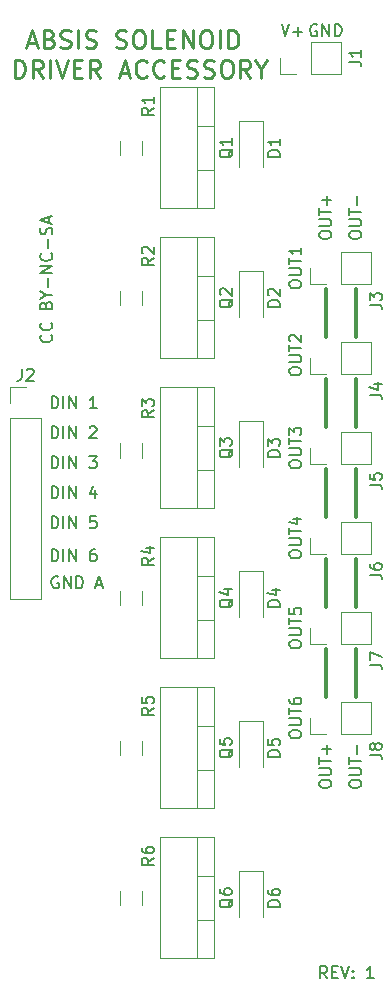
<source format=gbr>
G04 #@! TF.GenerationSoftware,KiCad,Pcbnew,(5.1.4)-1*
G04 #@! TF.CreationDate,2020-11-11T12:39:36-07:00*
G04 #@! TF.ProjectId,ABSIS_Solenoid_Driver_Accessory,41425349-535f-4536-9f6c-656e6f69645f,1*
G04 #@! TF.SameCoordinates,Original*
G04 #@! TF.FileFunction,Legend,Top*
G04 #@! TF.FilePolarity,Positive*
%FSLAX46Y46*%
G04 Gerber Fmt 4.6, Leading zero omitted, Abs format (unit mm)*
G04 Created by KiCad (PCBNEW (5.1.4)-1) date 2020-11-11 12:39:36*
%MOMM*%
%LPD*%
G04 APERTURE LIST*
%ADD10C,0.150000*%
%ADD11C,0.250000*%
%ADD12C,0.300000*%
%ADD13C,0.120000*%
G04 APERTURE END LIST*
D10*
X158861333Y-129992380D02*
X158528000Y-129516190D01*
X158289904Y-129992380D02*
X158289904Y-128992380D01*
X158670857Y-128992380D01*
X158766095Y-129040000D01*
X158813714Y-129087619D01*
X158861333Y-129182857D01*
X158861333Y-129325714D01*
X158813714Y-129420952D01*
X158766095Y-129468571D01*
X158670857Y-129516190D01*
X158289904Y-129516190D01*
X159289904Y-129468571D02*
X159623238Y-129468571D01*
X159766095Y-129992380D02*
X159289904Y-129992380D01*
X159289904Y-128992380D01*
X159766095Y-128992380D01*
X160051809Y-128992380D02*
X160385142Y-129992380D01*
X160718476Y-128992380D01*
X161051809Y-129897142D02*
X161099428Y-129944761D01*
X161051809Y-129992380D01*
X161004190Y-129944761D01*
X161051809Y-129897142D01*
X161051809Y-129992380D01*
X161051809Y-129373333D02*
X161099428Y-129420952D01*
X161051809Y-129468571D01*
X161004190Y-129420952D01*
X161051809Y-129373333D01*
X161051809Y-129468571D01*
X162813714Y-129992380D02*
X162242285Y-129992380D01*
X162528000Y-129992380D02*
X162528000Y-128992380D01*
X162432761Y-129135238D01*
X162337523Y-129230476D01*
X162242285Y-129278095D01*
X135485142Y-75532666D02*
X135532761Y-75580285D01*
X135580380Y-75723142D01*
X135580380Y-75818380D01*
X135532761Y-75961238D01*
X135437523Y-76056476D01*
X135342285Y-76104095D01*
X135151809Y-76151714D01*
X135008952Y-76151714D01*
X134818476Y-76104095D01*
X134723238Y-76056476D01*
X134628000Y-75961238D01*
X134580380Y-75818380D01*
X134580380Y-75723142D01*
X134628000Y-75580285D01*
X134675619Y-75532666D01*
X135485142Y-74532666D02*
X135532761Y-74580285D01*
X135580380Y-74723142D01*
X135580380Y-74818380D01*
X135532761Y-74961238D01*
X135437523Y-75056476D01*
X135342285Y-75104095D01*
X135151809Y-75151714D01*
X135008952Y-75151714D01*
X134818476Y-75104095D01*
X134723238Y-75056476D01*
X134628000Y-74961238D01*
X134580380Y-74818380D01*
X134580380Y-74723142D01*
X134628000Y-74580285D01*
X134675619Y-74532666D01*
X135056571Y-73008857D02*
X135104190Y-72866000D01*
X135151809Y-72818380D01*
X135247047Y-72770761D01*
X135389904Y-72770761D01*
X135485142Y-72818380D01*
X135532761Y-72866000D01*
X135580380Y-72961238D01*
X135580380Y-73342190D01*
X134580380Y-73342190D01*
X134580380Y-73008857D01*
X134628000Y-72913619D01*
X134675619Y-72866000D01*
X134770857Y-72818380D01*
X134866095Y-72818380D01*
X134961333Y-72866000D01*
X135008952Y-72913619D01*
X135056571Y-73008857D01*
X135056571Y-73342190D01*
X135104190Y-72151714D02*
X135580380Y-72151714D01*
X134580380Y-72485047D02*
X135104190Y-72151714D01*
X134580380Y-71818380D01*
X135199428Y-71485047D02*
X135199428Y-70723142D01*
X135580380Y-70246952D02*
X134580380Y-70246952D01*
X135580380Y-69675523D01*
X134580380Y-69675523D01*
X135485142Y-68627904D02*
X135532761Y-68675523D01*
X135580380Y-68818380D01*
X135580380Y-68913619D01*
X135532761Y-69056476D01*
X135437523Y-69151714D01*
X135342285Y-69199333D01*
X135151809Y-69246952D01*
X135008952Y-69246952D01*
X134818476Y-69199333D01*
X134723238Y-69151714D01*
X134628000Y-69056476D01*
X134580380Y-68913619D01*
X134580380Y-68818380D01*
X134628000Y-68675523D01*
X134675619Y-68627904D01*
X135199428Y-68199333D02*
X135199428Y-67437428D01*
X135532761Y-67008857D02*
X135580380Y-66866000D01*
X135580380Y-66627904D01*
X135532761Y-66532666D01*
X135485142Y-66485047D01*
X135389904Y-66437428D01*
X135294666Y-66437428D01*
X135199428Y-66485047D01*
X135151809Y-66532666D01*
X135104190Y-66627904D01*
X135056571Y-66818380D01*
X135008952Y-66913619D01*
X134961333Y-66961238D01*
X134866095Y-67008857D01*
X134770857Y-67008857D01*
X134675619Y-66961238D01*
X134628000Y-66913619D01*
X134580380Y-66818380D01*
X134580380Y-66580285D01*
X134628000Y-66437428D01*
X135294666Y-66056476D02*
X135294666Y-65580285D01*
X135580380Y-66151714D02*
X134580380Y-65818380D01*
X135580380Y-65485047D01*
D11*
X133502000Y-50816000D02*
X134216285Y-50816000D01*
X133359142Y-51244571D02*
X133859142Y-49744571D01*
X134359142Y-51244571D01*
X135359142Y-50458857D02*
X135573428Y-50530285D01*
X135644857Y-50601714D01*
X135716285Y-50744571D01*
X135716285Y-50958857D01*
X135644857Y-51101714D01*
X135573428Y-51173142D01*
X135430571Y-51244571D01*
X134859142Y-51244571D01*
X134859142Y-49744571D01*
X135359142Y-49744571D01*
X135502000Y-49816000D01*
X135573428Y-49887428D01*
X135644857Y-50030285D01*
X135644857Y-50173142D01*
X135573428Y-50316000D01*
X135502000Y-50387428D01*
X135359142Y-50458857D01*
X134859142Y-50458857D01*
X136287714Y-51173142D02*
X136502000Y-51244571D01*
X136859142Y-51244571D01*
X137002000Y-51173142D01*
X137073428Y-51101714D01*
X137144857Y-50958857D01*
X137144857Y-50816000D01*
X137073428Y-50673142D01*
X137002000Y-50601714D01*
X136859142Y-50530285D01*
X136573428Y-50458857D01*
X136430571Y-50387428D01*
X136359142Y-50316000D01*
X136287714Y-50173142D01*
X136287714Y-50030285D01*
X136359142Y-49887428D01*
X136430571Y-49816000D01*
X136573428Y-49744571D01*
X136930571Y-49744571D01*
X137144857Y-49816000D01*
X137787714Y-51244571D02*
X137787714Y-49744571D01*
X138430571Y-51173142D02*
X138644857Y-51244571D01*
X139002000Y-51244571D01*
X139144857Y-51173142D01*
X139216285Y-51101714D01*
X139287714Y-50958857D01*
X139287714Y-50816000D01*
X139216285Y-50673142D01*
X139144857Y-50601714D01*
X139002000Y-50530285D01*
X138716285Y-50458857D01*
X138573428Y-50387428D01*
X138502000Y-50316000D01*
X138430571Y-50173142D01*
X138430571Y-50030285D01*
X138502000Y-49887428D01*
X138573428Y-49816000D01*
X138716285Y-49744571D01*
X139073428Y-49744571D01*
X139287714Y-49816000D01*
X141002000Y-51173142D02*
X141216285Y-51244571D01*
X141573428Y-51244571D01*
X141716285Y-51173142D01*
X141787714Y-51101714D01*
X141859142Y-50958857D01*
X141859142Y-50816000D01*
X141787714Y-50673142D01*
X141716285Y-50601714D01*
X141573428Y-50530285D01*
X141287714Y-50458857D01*
X141144857Y-50387428D01*
X141073428Y-50316000D01*
X141002000Y-50173142D01*
X141002000Y-50030285D01*
X141073428Y-49887428D01*
X141144857Y-49816000D01*
X141287714Y-49744571D01*
X141644857Y-49744571D01*
X141859142Y-49816000D01*
X142787714Y-49744571D02*
X143073428Y-49744571D01*
X143216285Y-49816000D01*
X143359142Y-49958857D01*
X143430571Y-50244571D01*
X143430571Y-50744571D01*
X143359142Y-51030285D01*
X143216285Y-51173142D01*
X143073428Y-51244571D01*
X142787714Y-51244571D01*
X142644857Y-51173142D01*
X142502000Y-51030285D01*
X142430571Y-50744571D01*
X142430571Y-50244571D01*
X142502000Y-49958857D01*
X142644857Y-49816000D01*
X142787714Y-49744571D01*
X144787714Y-51244571D02*
X144073428Y-51244571D01*
X144073428Y-49744571D01*
X145287714Y-50458857D02*
X145787714Y-50458857D01*
X146002000Y-51244571D02*
X145287714Y-51244571D01*
X145287714Y-49744571D01*
X146002000Y-49744571D01*
X146644857Y-51244571D02*
X146644857Y-49744571D01*
X147502000Y-51244571D01*
X147502000Y-49744571D01*
X148502000Y-49744571D02*
X148787714Y-49744571D01*
X148930571Y-49816000D01*
X149073428Y-49958857D01*
X149144857Y-50244571D01*
X149144857Y-50744571D01*
X149073428Y-51030285D01*
X148930571Y-51173142D01*
X148787714Y-51244571D01*
X148502000Y-51244571D01*
X148359142Y-51173142D01*
X148216285Y-51030285D01*
X148144857Y-50744571D01*
X148144857Y-50244571D01*
X148216285Y-49958857D01*
X148359142Y-49816000D01*
X148502000Y-49744571D01*
X149787714Y-51244571D02*
X149787714Y-49744571D01*
X150502000Y-51244571D02*
X150502000Y-49744571D01*
X150859142Y-49744571D01*
X151073428Y-49816000D01*
X151216285Y-49958857D01*
X151287714Y-50101714D01*
X151359142Y-50387428D01*
X151359142Y-50601714D01*
X151287714Y-50887428D01*
X151216285Y-51030285D01*
X151073428Y-51173142D01*
X150859142Y-51244571D01*
X150502000Y-51244571D01*
X132430571Y-53744571D02*
X132430571Y-52244571D01*
X132787714Y-52244571D01*
X133002000Y-52316000D01*
X133144857Y-52458857D01*
X133216285Y-52601714D01*
X133287714Y-52887428D01*
X133287714Y-53101714D01*
X133216285Y-53387428D01*
X133144857Y-53530285D01*
X133002000Y-53673142D01*
X132787714Y-53744571D01*
X132430571Y-53744571D01*
X134787714Y-53744571D02*
X134287714Y-53030285D01*
X133930571Y-53744571D02*
X133930571Y-52244571D01*
X134502000Y-52244571D01*
X134644857Y-52316000D01*
X134716285Y-52387428D01*
X134787714Y-52530285D01*
X134787714Y-52744571D01*
X134716285Y-52887428D01*
X134644857Y-52958857D01*
X134502000Y-53030285D01*
X133930571Y-53030285D01*
X135430571Y-53744571D02*
X135430571Y-52244571D01*
X135930571Y-52244571D02*
X136430571Y-53744571D01*
X136930571Y-52244571D01*
X137430571Y-52958857D02*
X137930571Y-52958857D01*
X138144857Y-53744571D02*
X137430571Y-53744571D01*
X137430571Y-52244571D01*
X138144857Y-52244571D01*
X139644857Y-53744571D02*
X139144857Y-53030285D01*
X138787714Y-53744571D02*
X138787714Y-52244571D01*
X139359142Y-52244571D01*
X139502000Y-52316000D01*
X139573428Y-52387428D01*
X139644857Y-52530285D01*
X139644857Y-52744571D01*
X139573428Y-52887428D01*
X139502000Y-52958857D01*
X139359142Y-53030285D01*
X138787714Y-53030285D01*
X141359142Y-53316000D02*
X142073428Y-53316000D01*
X141216285Y-53744571D02*
X141716285Y-52244571D01*
X142216285Y-53744571D01*
X143573428Y-53601714D02*
X143502000Y-53673142D01*
X143287714Y-53744571D01*
X143144857Y-53744571D01*
X142930571Y-53673142D01*
X142787714Y-53530285D01*
X142716285Y-53387428D01*
X142644857Y-53101714D01*
X142644857Y-52887428D01*
X142716285Y-52601714D01*
X142787714Y-52458857D01*
X142930571Y-52316000D01*
X143144857Y-52244571D01*
X143287714Y-52244571D01*
X143502000Y-52316000D01*
X143573428Y-52387428D01*
X145073428Y-53601714D02*
X145002000Y-53673142D01*
X144787714Y-53744571D01*
X144644857Y-53744571D01*
X144430571Y-53673142D01*
X144287714Y-53530285D01*
X144216285Y-53387428D01*
X144144857Y-53101714D01*
X144144857Y-52887428D01*
X144216285Y-52601714D01*
X144287714Y-52458857D01*
X144430571Y-52316000D01*
X144644857Y-52244571D01*
X144787714Y-52244571D01*
X145002000Y-52316000D01*
X145073428Y-52387428D01*
X145716285Y-52958857D02*
X146216285Y-52958857D01*
X146430571Y-53744571D02*
X145716285Y-53744571D01*
X145716285Y-52244571D01*
X146430571Y-52244571D01*
X147002000Y-53673142D02*
X147216285Y-53744571D01*
X147573428Y-53744571D01*
X147716285Y-53673142D01*
X147787714Y-53601714D01*
X147859142Y-53458857D01*
X147859142Y-53316000D01*
X147787714Y-53173142D01*
X147716285Y-53101714D01*
X147573428Y-53030285D01*
X147287714Y-52958857D01*
X147144857Y-52887428D01*
X147073428Y-52816000D01*
X147002000Y-52673142D01*
X147002000Y-52530285D01*
X147073428Y-52387428D01*
X147144857Y-52316000D01*
X147287714Y-52244571D01*
X147644857Y-52244571D01*
X147859142Y-52316000D01*
X148430571Y-53673142D02*
X148644857Y-53744571D01*
X149002000Y-53744571D01*
X149144857Y-53673142D01*
X149216285Y-53601714D01*
X149287714Y-53458857D01*
X149287714Y-53316000D01*
X149216285Y-53173142D01*
X149144857Y-53101714D01*
X149002000Y-53030285D01*
X148716285Y-52958857D01*
X148573428Y-52887428D01*
X148502000Y-52816000D01*
X148430571Y-52673142D01*
X148430571Y-52530285D01*
X148502000Y-52387428D01*
X148573428Y-52316000D01*
X148716285Y-52244571D01*
X149073428Y-52244571D01*
X149287714Y-52316000D01*
X150216285Y-52244571D02*
X150502000Y-52244571D01*
X150644857Y-52316000D01*
X150787714Y-52458857D01*
X150859142Y-52744571D01*
X150859142Y-53244571D01*
X150787714Y-53530285D01*
X150644857Y-53673142D01*
X150502000Y-53744571D01*
X150216285Y-53744571D01*
X150073428Y-53673142D01*
X149930571Y-53530285D01*
X149859142Y-53244571D01*
X149859142Y-52744571D01*
X149930571Y-52458857D01*
X150073428Y-52316000D01*
X150216285Y-52244571D01*
X152359142Y-53744571D02*
X151859142Y-53030285D01*
X151502000Y-53744571D02*
X151502000Y-52244571D01*
X152073428Y-52244571D01*
X152216285Y-52316000D01*
X152287714Y-52387428D01*
X152359142Y-52530285D01*
X152359142Y-52744571D01*
X152287714Y-52887428D01*
X152216285Y-52958857D01*
X152073428Y-53030285D01*
X151502000Y-53030285D01*
X153287714Y-53030285D02*
X153287714Y-53744571D01*
X152787714Y-52244571D02*
X153287714Y-53030285D01*
X153787714Y-52244571D01*
D10*
X155662380Y-109426190D02*
X155662380Y-109235714D01*
X155710000Y-109140476D01*
X155805238Y-109045238D01*
X155995714Y-108997619D01*
X156329047Y-108997619D01*
X156519523Y-109045238D01*
X156614761Y-109140476D01*
X156662380Y-109235714D01*
X156662380Y-109426190D01*
X156614761Y-109521428D01*
X156519523Y-109616666D01*
X156329047Y-109664285D01*
X155995714Y-109664285D01*
X155805238Y-109616666D01*
X155710000Y-109521428D01*
X155662380Y-109426190D01*
X155662380Y-108569047D02*
X156471904Y-108569047D01*
X156567142Y-108521428D01*
X156614761Y-108473809D01*
X156662380Y-108378571D01*
X156662380Y-108188095D01*
X156614761Y-108092857D01*
X156567142Y-108045238D01*
X156471904Y-107997619D01*
X155662380Y-107997619D01*
X155662380Y-107664285D02*
X155662380Y-107092857D01*
X156662380Y-107378571D02*
X155662380Y-107378571D01*
X155662380Y-106330952D02*
X155662380Y-106521428D01*
X155710000Y-106616666D01*
X155757619Y-106664285D01*
X155900476Y-106759523D01*
X156090952Y-106807142D01*
X156471904Y-106807142D01*
X156567142Y-106759523D01*
X156614761Y-106711904D01*
X156662380Y-106616666D01*
X156662380Y-106426190D01*
X156614761Y-106330952D01*
X156567142Y-106283333D01*
X156471904Y-106235714D01*
X156233809Y-106235714D01*
X156138571Y-106283333D01*
X156090952Y-106330952D01*
X156043333Y-106426190D01*
X156043333Y-106616666D01*
X156090952Y-106711904D01*
X156138571Y-106759523D01*
X156233809Y-106807142D01*
X155662380Y-101806190D02*
X155662380Y-101615714D01*
X155710000Y-101520476D01*
X155805238Y-101425238D01*
X155995714Y-101377619D01*
X156329047Y-101377619D01*
X156519523Y-101425238D01*
X156614761Y-101520476D01*
X156662380Y-101615714D01*
X156662380Y-101806190D01*
X156614761Y-101901428D01*
X156519523Y-101996666D01*
X156329047Y-102044285D01*
X155995714Y-102044285D01*
X155805238Y-101996666D01*
X155710000Y-101901428D01*
X155662380Y-101806190D01*
X155662380Y-100949047D02*
X156471904Y-100949047D01*
X156567142Y-100901428D01*
X156614761Y-100853809D01*
X156662380Y-100758571D01*
X156662380Y-100568095D01*
X156614761Y-100472857D01*
X156567142Y-100425238D01*
X156471904Y-100377619D01*
X155662380Y-100377619D01*
X155662380Y-100044285D02*
X155662380Y-99472857D01*
X156662380Y-99758571D02*
X155662380Y-99758571D01*
X155662380Y-98663333D02*
X155662380Y-99139523D01*
X156138571Y-99187142D01*
X156090952Y-99139523D01*
X156043333Y-99044285D01*
X156043333Y-98806190D01*
X156090952Y-98710952D01*
X156138571Y-98663333D01*
X156233809Y-98615714D01*
X156471904Y-98615714D01*
X156567142Y-98663333D01*
X156614761Y-98710952D01*
X156662380Y-98806190D01*
X156662380Y-99044285D01*
X156614761Y-99139523D01*
X156567142Y-99187142D01*
X155662380Y-94186190D02*
X155662380Y-93995714D01*
X155710000Y-93900476D01*
X155805238Y-93805238D01*
X155995714Y-93757619D01*
X156329047Y-93757619D01*
X156519523Y-93805238D01*
X156614761Y-93900476D01*
X156662380Y-93995714D01*
X156662380Y-94186190D01*
X156614761Y-94281428D01*
X156519523Y-94376666D01*
X156329047Y-94424285D01*
X155995714Y-94424285D01*
X155805238Y-94376666D01*
X155710000Y-94281428D01*
X155662380Y-94186190D01*
X155662380Y-93329047D02*
X156471904Y-93329047D01*
X156567142Y-93281428D01*
X156614761Y-93233809D01*
X156662380Y-93138571D01*
X156662380Y-92948095D01*
X156614761Y-92852857D01*
X156567142Y-92805238D01*
X156471904Y-92757619D01*
X155662380Y-92757619D01*
X155662380Y-92424285D02*
X155662380Y-91852857D01*
X156662380Y-92138571D02*
X155662380Y-92138571D01*
X155995714Y-91090952D02*
X156662380Y-91090952D01*
X155614761Y-91329047D02*
X156329047Y-91567142D01*
X156329047Y-90948095D01*
X155662380Y-86566190D02*
X155662380Y-86375714D01*
X155710000Y-86280476D01*
X155805238Y-86185238D01*
X155995714Y-86137619D01*
X156329047Y-86137619D01*
X156519523Y-86185238D01*
X156614761Y-86280476D01*
X156662380Y-86375714D01*
X156662380Y-86566190D01*
X156614761Y-86661428D01*
X156519523Y-86756666D01*
X156329047Y-86804285D01*
X155995714Y-86804285D01*
X155805238Y-86756666D01*
X155710000Y-86661428D01*
X155662380Y-86566190D01*
X155662380Y-85709047D02*
X156471904Y-85709047D01*
X156567142Y-85661428D01*
X156614761Y-85613809D01*
X156662380Y-85518571D01*
X156662380Y-85328095D01*
X156614761Y-85232857D01*
X156567142Y-85185238D01*
X156471904Y-85137619D01*
X155662380Y-85137619D01*
X155662380Y-84804285D02*
X155662380Y-84232857D01*
X156662380Y-84518571D02*
X155662380Y-84518571D01*
X155662380Y-83994761D02*
X155662380Y-83375714D01*
X156043333Y-83709047D01*
X156043333Y-83566190D01*
X156090952Y-83470952D01*
X156138571Y-83423333D01*
X156233809Y-83375714D01*
X156471904Y-83375714D01*
X156567142Y-83423333D01*
X156614761Y-83470952D01*
X156662380Y-83566190D01*
X156662380Y-83851904D01*
X156614761Y-83947142D01*
X156567142Y-83994761D01*
X155662380Y-78692190D02*
X155662380Y-78501714D01*
X155710000Y-78406476D01*
X155805238Y-78311238D01*
X155995714Y-78263619D01*
X156329047Y-78263619D01*
X156519523Y-78311238D01*
X156614761Y-78406476D01*
X156662380Y-78501714D01*
X156662380Y-78692190D01*
X156614761Y-78787428D01*
X156519523Y-78882666D01*
X156329047Y-78930285D01*
X155995714Y-78930285D01*
X155805238Y-78882666D01*
X155710000Y-78787428D01*
X155662380Y-78692190D01*
X155662380Y-77835047D02*
X156471904Y-77835047D01*
X156567142Y-77787428D01*
X156614761Y-77739809D01*
X156662380Y-77644571D01*
X156662380Y-77454095D01*
X156614761Y-77358857D01*
X156567142Y-77311238D01*
X156471904Y-77263619D01*
X155662380Y-77263619D01*
X155662380Y-76930285D02*
X155662380Y-76358857D01*
X156662380Y-76644571D02*
X155662380Y-76644571D01*
X155757619Y-76073142D02*
X155710000Y-76025523D01*
X155662380Y-75930285D01*
X155662380Y-75692190D01*
X155710000Y-75596952D01*
X155757619Y-75549333D01*
X155852857Y-75501714D01*
X155948095Y-75501714D01*
X156090952Y-75549333D01*
X156662380Y-76120761D01*
X156662380Y-75501714D01*
X155662380Y-71326190D02*
X155662380Y-71135714D01*
X155710000Y-71040476D01*
X155805238Y-70945238D01*
X155995714Y-70897619D01*
X156329047Y-70897619D01*
X156519523Y-70945238D01*
X156614761Y-71040476D01*
X156662380Y-71135714D01*
X156662380Y-71326190D01*
X156614761Y-71421428D01*
X156519523Y-71516666D01*
X156329047Y-71564285D01*
X155995714Y-71564285D01*
X155805238Y-71516666D01*
X155710000Y-71421428D01*
X155662380Y-71326190D01*
X155662380Y-70469047D02*
X156471904Y-70469047D01*
X156567142Y-70421428D01*
X156614761Y-70373809D01*
X156662380Y-70278571D01*
X156662380Y-70088095D01*
X156614761Y-69992857D01*
X156567142Y-69945238D01*
X156471904Y-69897619D01*
X155662380Y-69897619D01*
X155662380Y-69564285D02*
X155662380Y-68992857D01*
X156662380Y-69278571D02*
X155662380Y-69278571D01*
X156662380Y-68135714D02*
X156662380Y-68707142D01*
X156662380Y-68421428D02*
X155662380Y-68421428D01*
X155805238Y-68516666D01*
X155900476Y-68611904D01*
X155948095Y-68707142D01*
D12*
X158750000Y-102108000D02*
X158750000Y-106172000D01*
X161290000Y-102108000D02*
X161290000Y-106172000D01*
X158750000Y-94488000D02*
X158750000Y-98552000D01*
X161290000Y-94488000D02*
X161290000Y-98552000D01*
X161290000Y-86868000D02*
X161290000Y-90932000D01*
X158750000Y-86868000D02*
X158750000Y-90932000D01*
X161290000Y-79248000D02*
X161290000Y-83312000D01*
X158750000Y-79248000D02*
X158750000Y-83312000D01*
X161290000Y-71628000D02*
X161290000Y-75692000D01*
X158750000Y-71628000D02*
X158750000Y-75692000D01*
D10*
X158202380Y-67151047D02*
X158202380Y-66960571D01*
X158250000Y-66865333D01*
X158345238Y-66770095D01*
X158535714Y-66722476D01*
X158869047Y-66722476D01*
X159059523Y-66770095D01*
X159154761Y-66865333D01*
X159202380Y-66960571D01*
X159202380Y-67151047D01*
X159154761Y-67246285D01*
X159059523Y-67341523D01*
X158869047Y-67389142D01*
X158535714Y-67389142D01*
X158345238Y-67341523D01*
X158250000Y-67246285D01*
X158202380Y-67151047D01*
X158202380Y-66293904D02*
X159011904Y-66293904D01*
X159107142Y-66246285D01*
X159154761Y-66198666D01*
X159202380Y-66103428D01*
X159202380Y-65912952D01*
X159154761Y-65817714D01*
X159107142Y-65770095D01*
X159011904Y-65722476D01*
X158202380Y-65722476D01*
X158202380Y-65389142D02*
X158202380Y-64817714D01*
X159202380Y-65103428D02*
X158202380Y-65103428D01*
X158821428Y-64484380D02*
X158821428Y-63722476D01*
X159202380Y-64103428D02*
X158440476Y-64103428D01*
X160742380Y-67151047D02*
X160742380Y-66960571D01*
X160790000Y-66865333D01*
X160885238Y-66770095D01*
X161075714Y-66722476D01*
X161409047Y-66722476D01*
X161599523Y-66770095D01*
X161694761Y-66865333D01*
X161742380Y-66960571D01*
X161742380Y-67151047D01*
X161694761Y-67246285D01*
X161599523Y-67341523D01*
X161409047Y-67389142D01*
X161075714Y-67389142D01*
X160885238Y-67341523D01*
X160790000Y-67246285D01*
X160742380Y-67151047D01*
X160742380Y-66293904D02*
X161551904Y-66293904D01*
X161647142Y-66246285D01*
X161694761Y-66198666D01*
X161742380Y-66103428D01*
X161742380Y-65912952D01*
X161694761Y-65817714D01*
X161647142Y-65770095D01*
X161551904Y-65722476D01*
X160742380Y-65722476D01*
X160742380Y-65389142D02*
X160742380Y-64817714D01*
X161742380Y-65103428D02*
X160742380Y-65103428D01*
X161361428Y-64484380D02*
X161361428Y-63722476D01*
X160742380Y-113633047D02*
X160742380Y-113442571D01*
X160790000Y-113347333D01*
X160885238Y-113252095D01*
X161075714Y-113204476D01*
X161409047Y-113204476D01*
X161599523Y-113252095D01*
X161694761Y-113347333D01*
X161742380Y-113442571D01*
X161742380Y-113633047D01*
X161694761Y-113728285D01*
X161599523Y-113823523D01*
X161409047Y-113871142D01*
X161075714Y-113871142D01*
X160885238Y-113823523D01*
X160790000Y-113728285D01*
X160742380Y-113633047D01*
X160742380Y-112775904D02*
X161551904Y-112775904D01*
X161647142Y-112728285D01*
X161694761Y-112680666D01*
X161742380Y-112585428D01*
X161742380Y-112394952D01*
X161694761Y-112299714D01*
X161647142Y-112252095D01*
X161551904Y-112204476D01*
X160742380Y-112204476D01*
X160742380Y-111871142D02*
X160742380Y-111299714D01*
X161742380Y-111585428D02*
X160742380Y-111585428D01*
X161361428Y-110966380D02*
X161361428Y-110204476D01*
X158202380Y-113633047D02*
X158202380Y-113442571D01*
X158250000Y-113347333D01*
X158345238Y-113252095D01*
X158535714Y-113204476D01*
X158869047Y-113204476D01*
X159059523Y-113252095D01*
X159154761Y-113347333D01*
X159202380Y-113442571D01*
X159202380Y-113633047D01*
X159154761Y-113728285D01*
X159059523Y-113823523D01*
X158869047Y-113871142D01*
X158535714Y-113871142D01*
X158345238Y-113823523D01*
X158250000Y-113728285D01*
X158202380Y-113633047D01*
X158202380Y-112775904D02*
X159011904Y-112775904D01*
X159107142Y-112728285D01*
X159154761Y-112680666D01*
X159202380Y-112585428D01*
X159202380Y-112394952D01*
X159154761Y-112299714D01*
X159107142Y-112252095D01*
X159011904Y-112204476D01*
X158202380Y-112204476D01*
X158202380Y-111871142D02*
X158202380Y-111299714D01*
X159202380Y-111585428D02*
X158202380Y-111585428D01*
X158821428Y-110966380D02*
X158821428Y-110204476D01*
X159202380Y-110585428D02*
X158440476Y-110585428D01*
X157988095Y-49284000D02*
X157892857Y-49236380D01*
X157750000Y-49236380D01*
X157607142Y-49284000D01*
X157511904Y-49379238D01*
X157464285Y-49474476D01*
X157416666Y-49664952D01*
X157416666Y-49807809D01*
X157464285Y-49998285D01*
X157511904Y-50093523D01*
X157607142Y-50188761D01*
X157750000Y-50236380D01*
X157845238Y-50236380D01*
X157988095Y-50188761D01*
X158035714Y-50141142D01*
X158035714Y-49807809D01*
X157845238Y-49807809D01*
X158464285Y-50236380D02*
X158464285Y-49236380D01*
X159035714Y-50236380D01*
X159035714Y-49236380D01*
X159511904Y-50236380D02*
X159511904Y-49236380D01*
X159750000Y-49236380D01*
X159892857Y-49284000D01*
X159988095Y-49379238D01*
X160035714Y-49474476D01*
X160083333Y-49664952D01*
X160083333Y-49807809D01*
X160035714Y-49998285D01*
X159988095Y-50093523D01*
X159892857Y-50188761D01*
X159750000Y-50236380D01*
X159511904Y-50236380D01*
X155003619Y-49236380D02*
X155336952Y-50236380D01*
X155670285Y-49236380D01*
X156003619Y-49855428D02*
X156765523Y-49855428D01*
X156384571Y-50236380D02*
X156384571Y-49474476D01*
X136096571Y-96020000D02*
X136001333Y-95972380D01*
X135858476Y-95972380D01*
X135715619Y-96020000D01*
X135620380Y-96115238D01*
X135572761Y-96210476D01*
X135525142Y-96400952D01*
X135525142Y-96543809D01*
X135572761Y-96734285D01*
X135620380Y-96829523D01*
X135715619Y-96924761D01*
X135858476Y-96972380D01*
X135953714Y-96972380D01*
X136096571Y-96924761D01*
X136144190Y-96877142D01*
X136144190Y-96543809D01*
X135953714Y-96543809D01*
X136572761Y-96972380D02*
X136572761Y-95972380D01*
X137144190Y-96972380D01*
X137144190Y-95972380D01*
X137620380Y-96972380D02*
X137620380Y-95972380D01*
X137858476Y-95972380D01*
X138001333Y-96020000D01*
X138096571Y-96115238D01*
X138144190Y-96210476D01*
X138191809Y-96400952D01*
X138191809Y-96543809D01*
X138144190Y-96734285D01*
X138096571Y-96829523D01*
X138001333Y-96924761D01*
X137858476Y-96972380D01*
X137620380Y-96972380D01*
X139334666Y-96686666D02*
X139810857Y-96686666D01*
X139239428Y-96972380D02*
X139572761Y-95972380D01*
X139906095Y-96972380D01*
X135533047Y-94686380D02*
X135533047Y-93686380D01*
X135771142Y-93686380D01*
X135914000Y-93734000D01*
X136009238Y-93829238D01*
X136056857Y-93924476D01*
X136104476Y-94114952D01*
X136104476Y-94257809D01*
X136056857Y-94448285D01*
X136009238Y-94543523D01*
X135914000Y-94638761D01*
X135771142Y-94686380D01*
X135533047Y-94686380D01*
X136533047Y-94686380D02*
X136533047Y-93686380D01*
X137009238Y-94686380D02*
X137009238Y-93686380D01*
X137580666Y-94686380D01*
X137580666Y-93686380D01*
X139247333Y-93686380D02*
X139056857Y-93686380D01*
X138961619Y-93734000D01*
X138914000Y-93781619D01*
X138818761Y-93924476D01*
X138771142Y-94114952D01*
X138771142Y-94495904D01*
X138818761Y-94591142D01*
X138866380Y-94638761D01*
X138961619Y-94686380D01*
X139152095Y-94686380D01*
X139247333Y-94638761D01*
X139294952Y-94591142D01*
X139342571Y-94495904D01*
X139342571Y-94257809D01*
X139294952Y-94162571D01*
X139247333Y-94114952D01*
X139152095Y-94067333D01*
X138961619Y-94067333D01*
X138866380Y-94114952D01*
X138818761Y-94162571D01*
X138771142Y-94257809D01*
X135533047Y-91892380D02*
X135533047Y-90892380D01*
X135771142Y-90892380D01*
X135914000Y-90940000D01*
X136009238Y-91035238D01*
X136056857Y-91130476D01*
X136104476Y-91320952D01*
X136104476Y-91463809D01*
X136056857Y-91654285D01*
X136009238Y-91749523D01*
X135914000Y-91844761D01*
X135771142Y-91892380D01*
X135533047Y-91892380D01*
X136533047Y-91892380D02*
X136533047Y-90892380D01*
X137009238Y-91892380D02*
X137009238Y-90892380D01*
X137580666Y-91892380D01*
X137580666Y-90892380D01*
X139294952Y-90892380D02*
X138818761Y-90892380D01*
X138771142Y-91368571D01*
X138818761Y-91320952D01*
X138914000Y-91273333D01*
X139152095Y-91273333D01*
X139247333Y-91320952D01*
X139294952Y-91368571D01*
X139342571Y-91463809D01*
X139342571Y-91701904D01*
X139294952Y-91797142D01*
X139247333Y-91844761D01*
X139152095Y-91892380D01*
X138914000Y-91892380D01*
X138818761Y-91844761D01*
X138771142Y-91797142D01*
X135533047Y-89352380D02*
X135533047Y-88352380D01*
X135771142Y-88352380D01*
X135914000Y-88400000D01*
X136009238Y-88495238D01*
X136056857Y-88590476D01*
X136104476Y-88780952D01*
X136104476Y-88923809D01*
X136056857Y-89114285D01*
X136009238Y-89209523D01*
X135914000Y-89304761D01*
X135771142Y-89352380D01*
X135533047Y-89352380D01*
X136533047Y-89352380D02*
X136533047Y-88352380D01*
X137009238Y-89352380D02*
X137009238Y-88352380D01*
X137580666Y-89352380D01*
X137580666Y-88352380D01*
X139247333Y-88685714D02*
X139247333Y-89352380D01*
X139009238Y-88304761D02*
X138771142Y-89019047D01*
X139390190Y-89019047D01*
X135533047Y-86812380D02*
X135533047Y-85812380D01*
X135771142Y-85812380D01*
X135914000Y-85860000D01*
X136009238Y-85955238D01*
X136056857Y-86050476D01*
X136104476Y-86240952D01*
X136104476Y-86383809D01*
X136056857Y-86574285D01*
X136009238Y-86669523D01*
X135914000Y-86764761D01*
X135771142Y-86812380D01*
X135533047Y-86812380D01*
X136533047Y-86812380D02*
X136533047Y-85812380D01*
X137009238Y-86812380D02*
X137009238Y-85812380D01*
X137580666Y-86812380D01*
X137580666Y-85812380D01*
X138723523Y-85812380D02*
X139342571Y-85812380D01*
X139009238Y-86193333D01*
X139152095Y-86193333D01*
X139247333Y-86240952D01*
X139294952Y-86288571D01*
X139342571Y-86383809D01*
X139342571Y-86621904D01*
X139294952Y-86717142D01*
X139247333Y-86764761D01*
X139152095Y-86812380D01*
X138866380Y-86812380D01*
X138771142Y-86764761D01*
X138723523Y-86717142D01*
X135533047Y-84272380D02*
X135533047Y-83272380D01*
X135771142Y-83272380D01*
X135914000Y-83320000D01*
X136009238Y-83415238D01*
X136056857Y-83510476D01*
X136104476Y-83700952D01*
X136104476Y-83843809D01*
X136056857Y-84034285D01*
X136009238Y-84129523D01*
X135914000Y-84224761D01*
X135771142Y-84272380D01*
X135533047Y-84272380D01*
X136533047Y-84272380D02*
X136533047Y-83272380D01*
X137009238Y-84272380D02*
X137009238Y-83272380D01*
X137580666Y-84272380D01*
X137580666Y-83272380D01*
X138771142Y-83367619D02*
X138818761Y-83320000D01*
X138914000Y-83272380D01*
X139152095Y-83272380D01*
X139247333Y-83320000D01*
X139294952Y-83367619D01*
X139342571Y-83462857D01*
X139342571Y-83558095D01*
X139294952Y-83700952D01*
X138723523Y-84272380D01*
X139342571Y-84272380D01*
X135533047Y-81732380D02*
X135533047Y-80732380D01*
X135771142Y-80732380D01*
X135914000Y-80780000D01*
X136009238Y-80875238D01*
X136056857Y-80970476D01*
X136104476Y-81160952D01*
X136104476Y-81303809D01*
X136056857Y-81494285D01*
X136009238Y-81589523D01*
X135914000Y-81684761D01*
X135771142Y-81732380D01*
X135533047Y-81732380D01*
X136533047Y-81732380D02*
X136533047Y-80732380D01*
X137009238Y-81732380D02*
X137009238Y-80732380D01*
X137580666Y-81732380D01*
X137580666Y-80732380D01*
X139342571Y-81732380D02*
X138771142Y-81732380D01*
X139056857Y-81732380D02*
X139056857Y-80732380D01*
X138961619Y-80875238D01*
X138866380Y-80970476D01*
X138771142Y-81018095D01*
D13*
X153400000Y-57440000D02*
X153400000Y-61340000D01*
X151400000Y-57440000D02*
X151400000Y-61340000D01*
X153400000Y-57440000D02*
X151400000Y-57440000D01*
X153400000Y-70140000D02*
X153400000Y-74040000D01*
X151400000Y-70140000D02*
X151400000Y-74040000D01*
X153400000Y-70140000D02*
X151400000Y-70140000D01*
X153400000Y-82840000D02*
X153400000Y-86740000D01*
X151400000Y-82840000D02*
X151400000Y-86740000D01*
X153400000Y-82840000D02*
X151400000Y-82840000D01*
X153400000Y-95540000D02*
X151400000Y-95540000D01*
X151400000Y-95540000D02*
X151400000Y-99440000D01*
X153400000Y-95540000D02*
X153400000Y-99440000D01*
X153400000Y-108240000D02*
X151400000Y-108240000D01*
X151400000Y-108240000D02*
X151400000Y-112140000D01*
X153400000Y-108240000D02*
X153400000Y-112140000D01*
X153400000Y-120940000D02*
X151400000Y-120940000D01*
X151400000Y-120940000D02*
X151400000Y-124840000D01*
X153400000Y-120940000D02*
X153400000Y-124840000D01*
X160080000Y-53400000D02*
X160080000Y-50740000D01*
X157480000Y-53400000D02*
X160080000Y-53400000D01*
X157480000Y-50740000D02*
X160080000Y-50740000D01*
X157480000Y-53400000D02*
X157480000Y-50740000D01*
X156210000Y-53400000D02*
X154880000Y-53400000D01*
X154880000Y-53400000D02*
X154880000Y-52070000D01*
X132020000Y-97850000D02*
X134680000Y-97850000D01*
X132020000Y-82550000D02*
X132020000Y-97850000D01*
X134680000Y-82550000D02*
X134680000Y-97850000D01*
X132020000Y-82550000D02*
X134680000Y-82550000D01*
X132020000Y-81280000D02*
X132020000Y-79950000D01*
X132020000Y-79950000D02*
X133350000Y-79950000D01*
X157420000Y-71180000D02*
X157420000Y-69850000D01*
X158750000Y-71180000D02*
X157420000Y-71180000D01*
X160020000Y-71180000D02*
X160020000Y-68520000D01*
X160020000Y-68520000D02*
X162620000Y-68520000D01*
X160020000Y-71180000D02*
X162620000Y-71180000D01*
X162620000Y-71180000D02*
X162620000Y-68520000D01*
X162620000Y-78800000D02*
X162620000Y-76140000D01*
X160020000Y-78800000D02*
X162620000Y-78800000D01*
X160020000Y-76140000D02*
X162620000Y-76140000D01*
X160020000Y-78800000D02*
X160020000Y-76140000D01*
X158750000Y-78800000D02*
X157420000Y-78800000D01*
X157420000Y-78800000D02*
X157420000Y-77470000D01*
X157420000Y-86420000D02*
X157420000Y-85090000D01*
X158750000Y-86420000D02*
X157420000Y-86420000D01*
X160020000Y-86420000D02*
X160020000Y-83760000D01*
X160020000Y-83760000D02*
X162620000Y-83760000D01*
X160020000Y-86420000D02*
X162620000Y-86420000D01*
X162620000Y-86420000D02*
X162620000Y-83760000D01*
X162620000Y-94040000D02*
X162620000Y-91380000D01*
X160020000Y-94040000D02*
X162620000Y-94040000D01*
X160020000Y-91380000D02*
X162620000Y-91380000D01*
X160020000Y-94040000D02*
X160020000Y-91380000D01*
X158750000Y-94040000D02*
X157420000Y-94040000D01*
X157420000Y-94040000D02*
X157420000Y-92710000D01*
X157420000Y-101660000D02*
X157420000Y-100330000D01*
X158750000Y-101660000D02*
X157420000Y-101660000D01*
X160020000Y-101660000D02*
X160020000Y-99000000D01*
X160020000Y-99000000D02*
X162620000Y-99000000D01*
X160020000Y-101660000D02*
X162620000Y-101660000D01*
X162620000Y-101660000D02*
X162620000Y-99000000D01*
X162620000Y-109280000D02*
X162620000Y-106620000D01*
X160020000Y-109280000D02*
X162620000Y-109280000D01*
X160020000Y-106620000D02*
X162620000Y-106620000D01*
X160020000Y-109280000D02*
X160020000Y-106620000D01*
X158750000Y-109280000D02*
X157420000Y-109280000D01*
X157420000Y-109280000D02*
X157420000Y-107950000D01*
X149320000Y-61541000D02*
X147810000Y-61541000D01*
X149320000Y-57840000D02*
X147810000Y-57840000D01*
X147810000Y-54570000D02*
X147810000Y-64810000D01*
X149320000Y-64810000D02*
X144679000Y-64810000D01*
X149320000Y-54570000D02*
X144679000Y-54570000D01*
X144679000Y-54570000D02*
X144679000Y-64810000D01*
X149320000Y-54570000D02*
X149320000Y-64810000D01*
X149320000Y-74241000D02*
X147810000Y-74241000D01*
X149320000Y-70540000D02*
X147810000Y-70540000D01*
X147810000Y-67270000D02*
X147810000Y-77510000D01*
X149320000Y-77510000D02*
X144679000Y-77510000D01*
X149320000Y-67270000D02*
X144679000Y-67270000D01*
X144679000Y-67270000D02*
X144679000Y-77510000D01*
X149320000Y-67270000D02*
X149320000Y-77510000D01*
X149320000Y-79970000D02*
X149320000Y-90210000D01*
X144679000Y-79970000D02*
X144679000Y-90210000D01*
X149320000Y-79970000D02*
X144679000Y-79970000D01*
X149320000Y-90210000D02*
X144679000Y-90210000D01*
X147810000Y-79970000D02*
X147810000Y-90210000D01*
X149320000Y-83240000D02*
X147810000Y-83240000D01*
X149320000Y-86941000D02*
X147810000Y-86941000D01*
X149320000Y-99641000D02*
X147810000Y-99641000D01*
X149320000Y-95940000D02*
X147810000Y-95940000D01*
X147810000Y-92670000D02*
X147810000Y-102910000D01*
X149320000Y-102910000D02*
X144679000Y-102910000D01*
X149320000Y-92670000D02*
X144679000Y-92670000D01*
X144679000Y-92670000D02*
X144679000Y-102910000D01*
X149320000Y-92670000D02*
X149320000Y-102910000D01*
X149320000Y-105370000D02*
X149320000Y-115610000D01*
X144679000Y-105370000D02*
X144679000Y-115610000D01*
X149320000Y-105370000D02*
X144679000Y-105370000D01*
X149320000Y-115610000D02*
X144679000Y-115610000D01*
X147810000Y-105370000D02*
X147810000Y-115610000D01*
X149320000Y-108640000D02*
X147810000Y-108640000D01*
X149320000Y-112341000D02*
X147810000Y-112341000D01*
X149320000Y-118070000D02*
X149320000Y-128310000D01*
X144679000Y-118070000D02*
X144679000Y-128310000D01*
X149320000Y-118070000D02*
X144679000Y-118070000D01*
X149320000Y-128310000D02*
X144679000Y-128310000D01*
X147810000Y-118070000D02*
X147810000Y-128310000D01*
X149320000Y-121340000D02*
X147810000Y-121340000D01*
X149320000Y-125041000D02*
X147810000Y-125041000D01*
X143150000Y-60292064D02*
X143150000Y-59087936D01*
X141330000Y-60292064D02*
X141330000Y-59087936D01*
X141330000Y-72992064D02*
X141330000Y-71787936D01*
X143150000Y-72992064D02*
X143150000Y-71787936D01*
X143150000Y-85909564D02*
X143150000Y-84705436D01*
X141330000Y-85909564D02*
X141330000Y-84705436D01*
X141330000Y-98392064D02*
X141330000Y-97187936D01*
X143150000Y-98392064D02*
X143150000Y-97187936D01*
X143150000Y-111092064D02*
X143150000Y-109887936D01*
X141330000Y-111092064D02*
X141330000Y-109887936D01*
X141330000Y-123792064D02*
X141330000Y-122587936D01*
X143150000Y-123792064D02*
X143150000Y-122587936D01*
D10*
X154852380Y-60428095D02*
X153852380Y-60428095D01*
X153852380Y-60190000D01*
X153900000Y-60047142D01*
X153995238Y-59951904D01*
X154090476Y-59904285D01*
X154280952Y-59856666D01*
X154423809Y-59856666D01*
X154614285Y-59904285D01*
X154709523Y-59951904D01*
X154804761Y-60047142D01*
X154852380Y-60190000D01*
X154852380Y-60428095D01*
X154852380Y-58904285D02*
X154852380Y-59475714D01*
X154852380Y-59190000D02*
X153852380Y-59190000D01*
X153995238Y-59285238D01*
X154090476Y-59380476D01*
X154138095Y-59475714D01*
X154852380Y-73128095D02*
X153852380Y-73128095D01*
X153852380Y-72890000D01*
X153900000Y-72747142D01*
X153995238Y-72651904D01*
X154090476Y-72604285D01*
X154280952Y-72556666D01*
X154423809Y-72556666D01*
X154614285Y-72604285D01*
X154709523Y-72651904D01*
X154804761Y-72747142D01*
X154852380Y-72890000D01*
X154852380Y-73128095D01*
X153947619Y-72175714D02*
X153900000Y-72128095D01*
X153852380Y-72032857D01*
X153852380Y-71794761D01*
X153900000Y-71699523D01*
X153947619Y-71651904D01*
X154042857Y-71604285D01*
X154138095Y-71604285D01*
X154280952Y-71651904D01*
X154852380Y-72223333D01*
X154852380Y-71604285D01*
X154852380Y-85828095D02*
X153852380Y-85828095D01*
X153852380Y-85590000D01*
X153900000Y-85447142D01*
X153995238Y-85351904D01*
X154090476Y-85304285D01*
X154280952Y-85256666D01*
X154423809Y-85256666D01*
X154614285Y-85304285D01*
X154709523Y-85351904D01*
X154804761Y-85447142D01*
X154852380Y-85590000D01*
X154852380Y-85828095D01*
X153852380Y-84923333D02*
X153852380Y-84304285D01*
X154233333Y-84637619D01*
X154233333Y-84494761D01*
X154280952Y-84399523D01*
X154328571Y-84351904D01*
X154423809Y-84304285D01*
X154661904Y-84304285D01*
X154757142Y-84351904D01*
X154804761Y-84399523D01*
X154852380Y-84494761D01*
X154852380Y-84780476D01*
X154804761Y-84875714D01*
X154757142Y-84923333D01*
X154852380Y-98528095D02*
X153852380Y-98528095D01*
X153852380Y-98290000D01*
X153900000Y-98147142D01*
X153995238Y-98051904D01*
X154090476Y-98004285D01*
X154280952Y-97956666D01*
X154423809Y-97956666D01*
X154614285Y-98004285D01*
X154709523Y-98051904D01*
X154804761Y-98147142D01*
X154852380Y-98290000D01*
X154852380Y-98528095D01*
X154185714Y-97099523D02*
X154852380Y-97099523D01*
X153804761Y-97337619D02*
X154519047Y-97575714D01*
X154519047Y-96956666D01*
X154852380Y-111228095D02*
X153852380Y-111228095D01*
X153852380Y-110990000D01*
X153900000Y-110847142D01*
X153995238Y-110751904D01*
X154090476Y-110704285D01*
X154280952Y-110656666D01*
X154423809Y-110656666D01*
X154614285Y-110704285D01*
X154709523Y-110751904D01*
X154804761Y-110847142D01*
X154852380Y-110990000D01*
X154852380Y-111228095D01*
X153852380Y-109751904D02*
X153852380Y-110228095D01*
X154328571Y-110275714D01*
X154280952Y-110228095D01*
X154233333Y-110132857D01*
X154233333Y-109894761D01*
X154280952Y-109799523D01*
X154328571Y-109751904D01*
X154423809Y-109704285D01*
X154661904Y-109704285D01*
X154757142Y-109751904D01*
X154804761Y-109799523D01*
X154852380Y-109894761D01*
X154852380Y-110132857D01*
X154804761Y-110228095D01*
X154757142Y-110275714D01*
X154852380Y-123928095D02*
X153852380Y-123928095D01*
X153852380Y-123690000D01*
X153900000Y-123547142D01*
X153995238Y-123451904D01*
X154090476Y-123404285D01*
X154280952Y-123356666D01*
X154423809Y-123356666D01*
X154614285Y-123404285D01*
X154709523Y-123451904D01*
X154804761Y-123547142D01*
X154852380Y-123690000D01*
X154852380Y-123928095D01*
X153852380Y-122499523D02*
X153852380Y-122690000D01*
X153900000Y-122785238D01*
X153947619Y-122832857D01*
X154090476Y-122928095D01*
X154280952Y-122975714D01*
X154661904Y-122975714D01*
X154757142Y-122928095D01*
X154804761Y-122880476D01*
X154852380Y-122785238D01*
X154852380Y-122594761D01*
X154804761Y-122499523D01*
X154757142Y-122451904D01*
X154661904Y-122404285D01*
X154423809Y-122404285D01*
X154328571Y-122451904D01*
X154280952Y-122499523D01*
X154233333Y-122594761D01*
X154233333Y-122785238D01*
X154280952Y-122880476D01*
X154328571Y-122928095D01*
X154423809Y-122975714D01*
X160742380Y-52403333D02*
X161456666Y-52403333D01*
X161599523Y-52450952D01*
X161694761Y-52546190D01*
X161742380Y-52689047D01*
X161742380Y-52784285D01*
X161742380Y-51403333D02*
X161742380Y-51974761D01*
X161742380Y-51689047D02*
X160742380Y-51689047D01*
X160885238Y-51784285D01*
X160980476Y-51879523D01*
X161028095Y-51974761D01*
X133016666Y-78402380D02*
X133016666Y-79116666D01*
X132969047Y-79259523D01*
X132873809Y-79354761D01*
X132730952Y-79402380D01*
X132635714Y-79402380D01*
X133445238Y-78497619D02*
X133492857Y-78450000D01*
X133588095Y-78402380D01*
X133826190Y-78402380D01*
X133921428Y-78450000D01*
X133969047Y-78497619D01*
X134016666Y-78592857D01*
X134016666Y-78688095D01*
X133969047Y-78830952D01*
X133397619Y-79402380D01*
X134016666Y-79402380D01*
X162476380Y-72977333D02*
X163190666Y-72977333D01*
X163333523Y-73024952D01*
X163428761Y-73120190D01*
X163476380Y-73263047D01*
X163476380Y-73358285D01*
X162476380Y-72596380D02*
X162476380Y-71977333D01*
X162857333Y-72310666D01*
X162857333Y-72167809D01*
X162904952Y-72072571D01*
X162952571Y-72024952D01*
X163047809Y-71977333D01*
X163285904Y-71977333D01*
X163381142Y-72024952D01*
X163428761Y-72072571D01*
X163476380Y-72167809D01*
X163476380Y-72453523D01*
X163428761Y-72548761D01*
X163381142Y-72596380D01*
X162476380Y-80597333D02*
X163190666Y-80597333D01*
X163333523Y-80644952D01*
X163428761Y-80740190D01*
X163476380Y-80883047D01*
X163476380Y-80978285D01*
X162809714Y-79692571D02*
X163476380Y-79692571D01*
X162428761Y-79930666D02*
X163143047Y-80168761D01*
X163143047Y-79549714D01*
X162476380Y-88217333D02*
X163190666Y-88217333D01*
X163333523Y-88264952D01*
X163428761Y-88360190D01*
X163476380Y-88503047D01*
X163476380Y-88598285D01*
X162476380Y-87264952D02*
X162476380Y-87741142D01*
X162952571Y-87788761D01*
X162904952Y-87741142D01*
X162857333Y-87645904D01*
X162857333Y-87407809D01*
X162904952Y-87312571D01*
X162952571Y-87264952D01*
X163047809Y-87217333D01*
X163285904Y-87217333D01*
X163381142Y-87264952D01*
X163428761Y-87312571D01*
X163476380Y-87407809D01*
X163476380Y-87645904D01*
X163428761Y-87741142D01*
X163381142Y-87788761D01*
X162476380Y-95837333D02*
X163190666Y-95837333D01*
X163333523Y-95884952D01*
X163428761Y-95980190D01*
X163476380Y-96123047D01*
X163476380Y-96218285D01*
X162476380Y-94932571D02*
X162476380Y-95123047D01*
X162524000Y-95218285D01*
X162571619Y-95265904D01*
X162714476Y-95361142D01*
X162904952Y-95408761D01*
X163285904Y-95408761D01*
X163381142Y-95361142D01*
X163428761Y-95313523D01*
X163476380Y-95218285D01*
X163476380Y-95027809D01*
X163428761Y-94932571D01*
X163381142Y-94884952D01*
X163285904Y-94837333D01*
X163047809Y-94837333D01*
X162952571Y-94884952D01*
X162904952Y-94932571D01*
X162857333Y-95027809D01*
X162857333Y-95218285D01*
X162904952Y-95313523D01*
X162952571Y-95361142D01*
X163047809Y-95408761D01*
X162476380Y-103457333D02*
X163190666Y-103457333D01*
X163333523Y-103504952D01*
X163428761Y-103600190D01*
X163476380Y-103743047D01*
X163476380Y-103838285D01*
X162476380Y-103076380D02*
X162476380Y-102409714D01*
X163476380Y-102838285D01*
X162476380Y-111077333D02*
X163190666Y-111077333D01*
X163333523Y-111124952D01*
X163428761Y-111220190D01*
X163476380Y-111363047D01*
X163476380Y-111458285D01*
X162904952Y-110458285D02*
X162857333Y-110553523D01*
X162809714Y-110601142D01*
X162714476Y-110648761D01*
X162666857Y-110648761D01*
X162571619Y-110601142D01*
X162524000Y-110553523D01*
X162476380Y-110458285D01*
X162476380Y-110267809D01*
X162524000Y-110172571D01*
X162571619Y-110124952D01*
X162666857Y-110077333D01*
X162714476Y-110077333D01*
X162809714Y-110124952D01*
X162857333Y-110172571D01*
X162904952Y-110267809D01*
X162904952Y-110458285D01*
X162952571Y-110553523D01*
X163000190Y-110601142D01*
X163095428Y-110648761D01*
X163285904Y-110648761D01*
X163381142Y-110601142D01*
X163428761Y-110553523D01*
X163476380Y-110458285D01*
X163476380Y-110267809D01*
X163428761Y-110172571D01*
X163381142Y-110124952D01*
X163285904Y-110077333D01*
X163095428Y-110077333D01*
X163000190Y-110124952D01*
X162952571Y-110172571D01*
X162904952Y-110267809D01*
X150867619Y-59785238D02*
X150820000Y-59880476D01*
X150724761Y-59975714D01*
X150581904Y-60118571D01*
X150534285Y-60213809D01*
X150534285Y-60309047D01*
X150772380Y-60261428D02*
X150724761Y-60356666D01*
X150629523Y-60451904D01*
X150439047Y-60499523D01*
X150105714Y-60499523D01*
X149915238Y-60451904D01*
X149820000Y-60356666D01*
X149772380Y-60261428D01*
X149772380Y-60070952D01*
X149820000Y-59975714D01*
X149915238Y-59880476D01*
X150105714Y-59832857D01*
X150439047Y-59832857D01*
X150629523Y-59880476D01*
X150724761Y-59975714D01*
X150772380Y-60070952D01*
X150772380Y-60261428D01*
X150772380Y-58880476D02*
X150772380Y-59451904D01*
X150772380Y-59166190D02*
X149772380Y-59166190D01*
X149915238Y-59261428D01*
X150010476Y-59356666D01*
X150058095Y-59451904D01*
X150867619Y-72485238D02*
X150820000Y-72580476D01*
X150724761Y-72675714D01*
X150581904Y-72818571D01*
X150534285Y-72913809D01*
X150534285Y-73009047D01*
X150772380Y-72961428D02*
X150724761Y-73056666D01*
X150629523Y-73151904D01*
X150439047Y-73199523D01*
X150105714Y-73199523D01*
X149915238Y-73151904D01*
X149820000Y-73056666D01*
X149772380Y-72961428D01*
X149772380Y-72770952D01*
X149820000Y-72675714D01*
X149915238Y-72580476D01*
X150105714Y-72532857D01*
X150439047Y-72532857D01*
X150629523Y-72580476D01*
X150724761Y-72675714D01*
X150772380Y-72770952D01*
X150772380Y-72961428D01*
X149867619Y-72151904D02*
X149820000Y-72104285D01*
X149772380Y-72009047D01*
X149772380Y-71770952D01*
X149820000Y-71675714D01*
X149867619Y-71628095D01*
X149962857Y-71580476D01*
X150058095Y-71580476D01*
X150200952Y-71628095D01*
X150772380Y-72199523D01*
X150772380Y-71580476D01*
X150867619Y-85185238D02*
X150820000Y-85280476D01*
X150724761Y-85375714D01*
X150581904Y-85518571D01*
X150534285Y-85613809D01*
X150534285Y-85709047D01*
X150772380Y-85661428D02*
X150724761Y-85756666D01*
X150629523Y-85851904D01*
X150439047Y-85899523D01*
X150105714Y-85899523D01*
X149915238Y-85851904D01*
X149820000Y-85756666D01*
X149772380Y-85661428D01*
X149772380Y-85470952D01*
X149820000Y-85375714D01*
X149915238Y-85280476D01*
X150105714Y-85232857D01*
X150439047Y-85232857D01*
X150629523Y-85280476D01*
X150724761Y-85375714D01*
X150772380Y-85470952D01*
X150772380Y-85661428D01*
X149772380Y-84899523D02*
X149772380Y-84280476D01*
X150153333Y-84613809D01*
X150153333Y-84470952D01*
X150200952Y-84375714D01*
X150248571Y-84328095D01*
X150343809Y-84280476D01*
X150581904Y-84280476D01*
X150677142Y-84328095D01*
X150724761Y-84375714D01*
X150772380Y-84470952D01*
X150772380Y-84756666D01*
X150724761Y-84851904D01*
X150677142Y-84899523D01*
X150867619Y-97885238D02*
X150820000Y-97980476D01*
X150724761Y-98075714D01*
X150581904Y-98218571D01*
X150534285Y-98313809D01*
X150534285Y-98409047D01*
X150772380Y-98361428D02*
X150724761Y-98456666D01*
X150629523Y-98551904D01*
X150439047Y-98599523D01*
X150105714Y-98599523D01*
X149915238Y-98551904D01*
X149820000Y-98456666D01*
X149772380Y-98361428D01*
X149772380Y-98170952D01*
X149820000Y-98075714D01*
X149915238Y-97980476D01*
X150105714Y-97932857D01*
X150439047Y-97932857D01*
X150629523Y-97980476D01*
X150724761Y-98075714D01*
X150772380Y-98170952D01*
X150772380Y-98361428D01*
X150105714Y-97075714D02*
X150772380Y-97075714D01*
X149724761Y-97313809D02*
X150439047Y-97551904D01*
X150439047Y-96932857D01*
X150867619Y-110585238D02*
X150820000Y-110680476D01*
X150724761Y-110775714D01*
X150581904Y-110918571D01*
X150534285Y-111013809D01*
X150534285Y-111109047D01*
X150772380Y-111061428D02*
X150724761Y-111156666D01*
X150629523Y-111251904D01*
X150439047Y-111299523D01*
X150105714Y-111299523D01*
X149915238Y-111251904D01*
X149820000Y-111156666D01*
X149772380Y-111061428D01*
X149772380Y-110870952D01*
X149820000Y-110775714D01*
X149915238Y-110680476D01*
X150105714Y-110632857D01*
X150439047Y-110632857D01*
X150629523Y-110680476D01*
X150724761Y-110775714D01*
X150772380Y-110870952D01*
X150772380Y-111061428D01*
X149772380Y-109728095D02*
X149772380Y-110204285D01*
X150248571Y-110251904D01*
X150200952Y-110204285D01*
X150153333Y-110109047D01*
X150153333Y-109870952D01*
X150200952Y-109775714D01*
X150248571Y-109728095D01*
X150343809Y-109680476D01*
X150581904Y-109680476D01*
X150677142Y-109728095D01*
X150724761Y-109775714D01*
X150772380Y-109870952D01*
X150772380Y-110109047D01*
X150724761Y-110204285D01*
X150677142Y-110251904D01*
X150867619Y-123285238D02*
X150820000Y-123380476D01*
X150724761Y-123475714D01*
X150581904Y-123618571D01*
X150534285Y-123713809D01*
X150534285Y-123809047D01*
X150772380Y-123761428D02*
X150724761Y-123856666D01*
X150629523Y-123951904D01*
X150439047Y-123999523D01*
X150105714Y-123999523D01*
X149915238Y-123951904D01*
X149820000Y-123856666D01*
X149772380Y-123761428D01*
X149772380Y-123570952D01*
X149820000Y-123475714D01*
X149915238Y-123380476D01*
X150105714Y-123332857D01*
X150439047Y-123332857D01*
X150629523Y-123380476D01*
X150724761Y-123475714D01*
X150772380Y-123570952D01*
X150772380Y-123761428D01*
X149772380Y-122475714D02*
X149772380Y-122666190D01*
X149820000Y-122761428D01*
X149867619Y-122809047D01*
X150010476Y-122904285D01*
X150200952Y-122951904D01*
X150581904Y-122951904D01*
X150677142Y-122904285D01*
X150724761Y-122856666D01*
X150772380Y-122761428D01*
X150772380Y-122570952D01*
X150724761Y-122475714D01*
X150677142Y-122428095D01*
X150581904Y-122380476D01*
X150343809Y-122380476D01*
X150248571Y-122428095D01*
X150200952Y-122475714D01*
X150153333Y-122570952D01*
X150153333Y-122761428D01*
X150200952Y-122856666D01*
X150248571Y-122904285D01*
X150343809Y-122951904D01*
X144174380Y-56300666D02*
X143698190Y-56634000D01*
X144174380Y-56872095D02*
X143174380Y-56872095D01*
X143174380Y-56491142D01*
X143222000Y-56395904D01*
X143269619Y-56348285D01*
X143364857Y-56300666D01*
X143507714Y-56300666D01*
X143602952Y-56348285D01*
X143650571Y-56395904D01*
X143698190Y-56491142D01*
X143698190Y-56872095D01*
X144174380Y-55348285D02*
X144174380Y-55919714D01*
X144174380Y-55634000D02*
X143174380Y-55634000D01*
X143317238Y-55729238D01*
X143412476Y-55824476D01*
X143460095Y-55919714D01*
X144174380Y-69000666D02*
X143698190Y-69334000D01*
X144174380Y-69572095D02*
X143174380Y-69572095D01*
X143174380Y-69191142D01*
X143222000Y-69095904D01*
X143269619Y-69048285D01*
X143364857Y-69000666D01*
X143507714Y-69000666D01*
X143602952Y-69048285D01*
X143650571Y-69095904D01*
X143698190Y-69191142D01*
X143698190Y-69572095D01*
X143269619Y-68619714D02*
X143222000Y-68572095D01*
X143174380Y-68476857D01*
X143174380Y-68238761D01*
X143222000Y-68143523D01*
X143269619Y-68095904D01*
X143364857Y-68048285D01*
X143460095Y-68048285D01*
X143602952Y-68095904D01*
X144174380Y-68667333D01*
X144174380Y-68048285D01*
X144174380Y-81918166D02*
X143698190Y-82251500D01*
X144174380Y-82489595D02*
X143174380Y-82489595D01*
X143174380Y-82108642D01*
X143222000Y-82013404D01*
X143269619Y-81965785D01*
X143364857Y-81918166D01*
X143507714Y-81918166D01*
X143602952Y-81965785D01*
X143650571Y-82013404D01*
X143698190Y-82108642D01*
X143698190Y-82489595D01*
X143174380Y-81584833D02*
X143174380Y-80965785D01*
X143555333Y-81299119D01*
X143555333Y-81156261D01*
X143602952Y-81061023D01*
X143650571Y-81013404D01*
X143745809Y-80965785D01*
X143983904Y-80965785D01*
X144079142Y-81013404D01*
X144126761Y-81061023D01*
X144174380Y-81156261D01*
X144174380Y-81441976D01*
X144126761Y-81537214D01*
X144079142Y-81584833D01*
X144174380Y-94400666D02*
X143698190Y-94734000D01*
X144174380Y-94972095D02*
X143174380Y-94972095D01*
X143174380Y-94591142D01*
X143222000Y-94495904D01*
X143269619Y-94448285D01*
X143364857Y-94400666D01*
X143507714Y-94400666D01*
X143602952Y-94448285D01*
X143650571Y-94495904D01*
X143698190Y-94591142D01*
X143698190Y-94972095D01*
X143507714Y-93543523D02*
X144174380Y-93543523D01*
X143126761Y-93781619D02*
X143841047Y-94019714D01*
X143841047Y-93400666D01*
X144174380Y-107100666D02*
X143698190Y-107434000D01*
X144174380Y-107672095D02*
X143174380Y-107672095D01*
X143174380Y-107291142D01*
X143222000Y-107195904D01*
X143269619Y-107148285D01*
X143364857Y-107100666D01*
X143507714Y-107100666D01*
X143602952Y-107148285D01*
X143650571Y-107195904D01*
X143698190Y-107291142D01*
X143698190Y-107672095D01*
X143174380Y-106195904D02*
X143174380Y-106672095D01*
X143650571Y-106719714D01*
X143602952Y-106672095D01*
X143555333Y-106576857D01*
X143555333Y-106338761D01*
X143602952Y-106243523D01*
X143650571Y-106195904D01*
X143745809Y-106148285D01*
X143983904Y-106148285D01*
X144079142Y-106195904D01*
X144126761Y-106243523D01*
X144174380Y-106338761D01*
X144174380Y-106576857D01*
X144126761Y-106672095D01*
X144079142Y-106719714D01*
X144174380Y-119800666D02*
X143698190Y-120134000D01*
X144174380Y-120372095D02*
X143174380Y-120372095D01*
X143174380Y-119991142D01*
X143222000Y-119895904D01*
X143269619Y-119848285D01*
X143364857Y-119800666D01*
X143507714Y-119800666D01*
X143602952Y-119848285D01*
X143650571Y-119895904D01*
X143698190Y-119991142D01*
X143698190Y-120372095D01*
X143174380Y-118943523D02*
X143174380Y-119134000D01*
X143222000Y-119229238D01*
X143269619Y-119276857D01*
X143412476Y-119372095D01*
X143602952Y-119419714D01*
X143983904Y-119419714D01*
X144079142Y-119372095D01*
X144126761Y-119324476D01*
X144174380Y-119229238D01*
X144174380Y-119038761D01*
X144126761Y-118943523D01*
X144079142Y-118895904D01*
X143983904Y-118848285D01*
X143745809Y-118848285D01*
X143650571Y-118895904D01*
X143602952Y-118943523D01*
X143555333Y-119038761D01*
X143555333Y-119229238D01*
X143602952Y-119324476D01*
X143650571Y-119372095D01*
X143745809Y-119419714D01*
M02*

</source>
